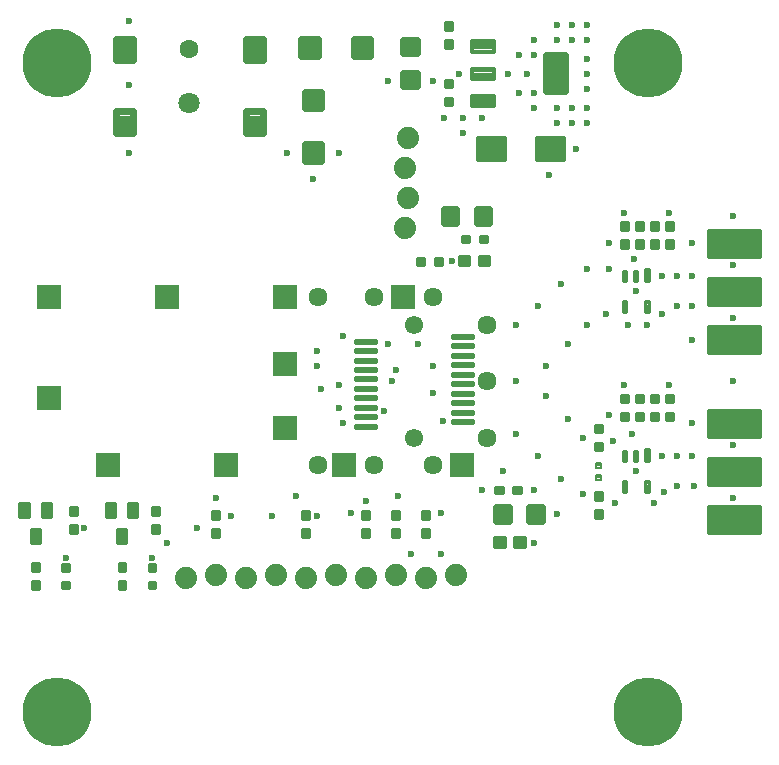
<source format=gbr>
G75*
%MOIN*%
%OFA0B0*%
%FSLAX25Y25*%
%IPPOS*%
%LPD*%
%AMOC8*
5,1,8,0,0,1.08239X$1,22.5*
%
%ADD10C,0.00984*%
%ADD11R,0.07874X0.07874*%
%ADD12C,0.06358*%
%ADD13C,0.06102*%
%ADD14C,0.23000*%
%ADD15C,0.01600*%
%ADD16C,0.01890*%
%ADD17C,0.00945*%
%ADD18C,0.01181*%
%ADD19C,0.01083*%
%ADD20C,0.01559*%
%ADD21C,0.02362*%
%ADD22C,0.06299*%
%ADD23C,0.07087*%
%ADD24C,0.07400*%
%ADD25C,0.01440*%
%ADD26C,0.02598*%
%ADD27C,0.00803*%
%ADD28C,0.02362*%
D10*
X0146624Y0116347D02*
X0153514Y0116347D01*
X0146624Y0116347D02*
X0146624Y0117331D01*
X0153514Y0117331D01*
X0153514Y0116347D01*
X0153514Y0117330D02*
X0146624Y0117330D01*
X0146624Y0119497D02*
X0153514Y0119497D01*
X0146624Y0119497D02*
X0146624Y0120481D01*
X0153514Y0120481D01*
X0153514Y0119497D01*
X0153514Y0120480D02*
X0146624Y0120480D01*
X0146624Y0122647D02*
X0153514Y0122647D01*
X0146624Y0122647D02*
X0146624Y0123631D01*
X0153514Y0123631D01*
X0153514Y0122647D01*
X0153514Y0123630D02*
X0146624Y0123630D01*
X0146624Y0125796D02*
X0153514Y0125796D01*
X0146624Y0125796D02*
X0146624Y0126780D01*
X0153514Y0126780D01*
X0153514Y0125796D01*
X0153514Y0126779D02*
X0146624Y0126779D01*
X0146624Y0128946D02*
X0153514Y0128946D01*
X0146624Y0128946D02*
X0146624Y0129930D01*
X0153514Y0129930D01*
X0153514Y0128946D01*
X0153514Y0129929D02*
X0146624Y0129929D01*
X0146624Y0132095D02*
X0153514Y0132095D01*
X0146624Y0132095D02*
X0146624Y0133079D01*
X0153514Y0133079D01*
X0153514Y0132095D01*
X0153514Y0133078D02*
X0146624Y0133078D01*
X0146624Y0135245D02*
X0153514Y0135245D01*
X0146624Y0135245D02*
X0146624Y0136229D01*
X0153514Y0136229D01*
X0153514Y0135245D01*
X0153514Y0136228D02*
X0146624Y0136228D01*
X0146624Y0138395D02*
X0153514Y0138395D01*
X0146624Y0138395D02*
X0146624Y0139379D01*
X0153514Y0139379D01*
X0153514Y0138395D01*
X0153514Y0139378D02*
X0146624Y0139378D01*
X0146624Y0141544D02*
X0153514Y0141544D01*
X0146624Y0141544D02*
X0146624Y0142528D01*
X0153514Y0142528D01*
X0153514Y0141544D01*
X0153514Y0142527D02*
X0146624Y0142527D01*
X0146624Y0144694D02*
X0153514Y0144694D01*
X0146624Y0144694D02*
X0146624Y0145678D01*
X0153514Y0145678D01*
X0153514Y0144694D01*
X0153514Y0145677D02*
X0146624Y0145677D01*
X0178907Y0146269D02*
X0185797Y0146269D01*
X0178907Y0146269D02*
X0178907Y0147253D01*
X0185797Y0147253D01*
X0185797Y0146269D01*
X0185797Y0147252D02*
X0178907Y0147252D01*
X0178907Y0143119D02*
X0185797Y0143119D01*
X0178907Y0143119D02*
X0178907Y0144103D01*
X0185797Y0144103D01*
X0185797Y0143119D01*
X0185797Y0144102D02*
X0178907Y0144102D01*
X0178907Y0139969D02*
X0185797Y0139969D01*
X0178907Y0139969D02*
X0178907Y0140953D01*
X0185797Y0140953D01*
X0185797Y0139969D01*
X0185797Y0140952D02*
X0178907Y0140952D01*
X0178907Y0136820D02*
X0185797Y0136820D01*
X0178907Y0136820D02*
X0178907Y0137804D01*
X0185797Y0137804D01*
X0185797Y0136820D01*
X0185797Y0137803D02*
X0178907Y0137803D01*
X0178907Y0133670D02*
X0185797Y0133670D01*
X0178907Y0133670D02*
X0178907Y0134654D01*
X0185797Y0134654D01*
X0185797Y0133670D01*
X0185797Y0134653D02*
X0178907Y0134653D01*
X0178907Y0130521D02*
X0185797Y0130521D01*
X0178907Y0130521D02*
X0178907Y0131505D01*
X0185797Y0131505D01*
X0185797Y0130521D01*
X0185797Y0131504D02*
X0178907Y0131504D01*
X0178907Y0127371D02*
X0185797Y0127371D01*
X0178907Y0127371D02*
X0178907Y0128355D01*
X0185797Y0128355D01*
X0185797Y0127371D01*
X0185797Y0128354D02*
X0178907Y0128354D01*
X0178907Y0124221D02*
X0185797Y0124221D01*
X0178907Y0124221D02*
X0178907Y0125205D01*
X0185797Y0125205D01*
X0185797Y0124221D01*
X0185797Y0125204D02*
X0178907Y0125204D01*
X0178907Y0121072D02*
X0185797Y0121072D01*
X0178907Y0121072D02*
X0178907Y0122056D01*
X0185797Y0122056D01*
X0185797Y0121072D01*
X0185797Y0122055D02*
X0178907Y0122055D01*
X0178907Y0117922D02*
X0185797Y0117922D01*
X0178907Y0117922D02*
X0178907Y0118906D01*
X0185797Y0118906D01*
X0185797Y0117922D01*
X0185797Y0118905D02*
X0178907Y0118905D01*
D11*
X0182352Y0103749D03*
X0142982Y0103749D03*
X0123297Y0116249D03*
X0103612Y0103749D03*
X0123297Y0137509D03*
X0123297Y0159851D03*
X0083927Y0159851D03*
X0044557Y0159851D03*
X0044557Y0126091D03*
X0064242Y0103749D03*
X0162667Y0159851D03*
D12*
X0152825Y0159851D03*
X0134321Y0159851D03*
X0172510Y0159851D03*
X0190620Y0150698D03*
X0190620Y0131800D03*
X0190620Y0112902D03*
X0172510Y0103749D03*
X0152825Y0103749D03*
X0134321Y0103749D03*
D13*
X0166211Y0112902D03*
X0166211Y0150698D03*
D14*
X0047352Y0021485D03*
X0244203Y0021485D03*
X0244203Y0238020D03*
X0047352Y0238020D03*
D15*
X0264717Y0182000D02*
X0281117Y0182000D01*
X0281117Y0173600D01*
X0264717Y0173600D01*
X0264717Y0182000D01*
X0264717Y0175199D02*
X0281117Y0175199D01*
X0281117Y0176798D02*
X0264717Y0176798D01*
X0264717Y0178397D02*
X0281117Y0178397D01*
X0281117Y0179996D02*
X0264717Y0179996D01*
X0264717Y0181595D02*
X0281117Y0181595D01*
X0281117Y0166000D02*
X0264717Y0166000D01*
X0281117Y0166000D02*
X0281117Y0157600D01*
X0264717Y0157600D01*
X0264717Y0166000D01*
X0264717Y0159199D02*
X0281117Y0159199D01*
X0281117Y0160798D02*
X0264717Y0160798D01*
X0264717Y0162397D02*
X0281117Y0162397D01*
X0281117Y0163996D02*
X0264717Y0163996D01*
X0264717Y0165595D02*
X0281117Y0165595D01*
X0281117Y0150000D02*
X0264717Y0150000D01*
X0281117Y0150000D02*
X0281117Y0141600D01*
X0264717Y0141600D01*
X0264717Y0150000D01*
X0264717Y0143199D02*
X0281117Y0143199D01*
X0281117Y0144798D02*
X0264717Y0144798D01*
X0264717Y0146397D02*
X0281117Y0146397D01*
X0281117Y0147996D02*
X0264717Y0147996D01*
X0264717Y0149595D02*
X0281117Y0149595D01*
X0281117Y0122000D02*
X0264717Y0122000D01*
X0281117Y0122000D02*
X0281117Y0113600D01*
X0264717Y0113600D01*
X0264717Y0122000D01*
X0264717Y0115199D02*
X0281117Y0115199D01*
X0281117Y0116798D02*
X0264717Y0116798D01*
X0264717Y0118397D02*
X0281117Y0118397D01*
X0281117Y0119996D02*
X0264717Y0119996D01*
X0264717Y0121595D02*
X0281117Y0121595D01*
X0281117Y0106000D02*
X0264717Y0106000D01*
X0281117Y0106000D02*
X0281117Y0097600D01*
X0264717Y0097600D01*
X0264717Y0106000D01*
X0264717Y0099199D02*
X0281117Y0099199D01*
X0281117Y0100798D02*
X0264717Y0100798D01*
X0264717Y0102397D02*
X0281117Y0102397D01*
X0281117Y0103996D02*
X0264717Y0103996D01*
X0264717Y0105595D02*
X0281117Y0105595D01*
X0281117Y0090000D02*
X0264717Y0090000D01*
X0281117Y0090000D02*
X0281117Y0081600D01*
X0264717Y0081600D01*
X0264717Y0090000D01*
X0264717Y0083199D02*
X0281117Y0083199D01*
X0281117Y0084798D02*
X0264717Y0084798D01*
X0264717Y0086397D02*
X0281117Y0086397D01*
X0281117Y0087996D02*
X0264717Y0087996D01*
X0264717Y0089595D02*
X0281117Y0089595D01*
D16*
X0209133Y0090023D02*
X0204725Y0090023D01*
X0209133Y0090023D02*
X0209133Y0084827D01*
X0204725Y0084827D01*
X0204725Y0090023D01*
X0204725Y0086716D02*
X0209133Y0086716D01*
X0209133Y0088605D02*
X0204725Y0088605D01*
X0198110Y0090023D02*
X0193702Y0090023D01*
X0198110Y0090023D02*
X0198110Y0084827D01*
X0193702Y0084827D01*
X0193702Y0090023D01*
X0193702Y0086716D02*
X0198110Y0086716D01*
X0198110Y0088605D02*
X0193702Y0088605D01*
X0191633Y0184202D02*
X0187225Y0184202D01*
X0187225Y0189398D01*
X0191633Y0189398D01*
X0191633Y0184202D01*
X0191633Y0186091D02*
X0187225Y0186091D01*
X0187225Y0187980D02*
X0191633Y0187980D01*
X0180610Y0184202D02*
X0176202Y0184202D01*
X0176202Y0189398D01*
X0180610Y0189398D01*
X0180610Y0184202D01*
X0180610Y0186091D02*
X0176202Y0186091D01*
X0176202Y0187980D02*
X0180610Y0187980D01*
X0167765Y0230019D02*
X0167765Y0234427D01*
X0167765Y0230019D02*
X0162569Y0230019D01*
X0162569Y0234427D01*
X0167765Y0234427D01*
X0167765Y0231908D02*
X0162569Y0231908D01*
X0162569Y0233797D02*
X0167765Y0233797D01*
X0167765Y0241043D02*
X0167765Y0245451D01*
X0167765Y0241043D02*
X0162569Y0241043D01*
X0162569Y0245451D01*
X0167765Y0245451D01*
X0167765Y0242932D02*
X0162569Y0242932D01*
X0162569Y0244821D02*
X0167765Y0244821D01*
D17*
X0178770Y0245414D02*
X0178770Y0242816D01*
X0176564Y0242816D01*
X0176564Y0245414D01*
X0178770Y0245414D01*
X0178770Y0243760D02*
X0176564Y0243760D01*
X0176564Y0244704D02*
X0178770Y0244704D01*
X0178770Y0248816D02*
X0178770Y0251414D01*
X0178770Y0248816D02*
X0176564Y0248816D01*
X0176564Y0251414D01*
X0178770Y0251414D01*
X0178770Y0249760D02*
X0176564Y0249760D01*
X0176564Y0250704D02*
X0178770Y0250704D01*
X0178770Y0232349D02*
X0178770Y0229751D01*
X0176564Y0229751D01*
X0176564Y0232349D01*
X0178770Y0232349D01*
X0178770Y0230695D02*
X0176564Y0230695D01*
X0176564Y0231639D02*
X0178770Y0231639D01*
X0178770Y0226349D02*
X0178770Y0223751D01*
X0176564Y0223751D01*
X0176564Y0226349D01*
X0178770Y0226349D01*
X0178770Y0224695D02*
X0176564Y0224695D01*
X0176564Y0225639D02*
X0178770Y0225639D01*
X0182118Y0180403D02*
X0184716Y0180403D01*
X0184716Y0178197D01*
X0182118Y0178197D01*
X0182118Y0180403D01*
X0182118Y0179141D02*
X0184716Y0179141D01*
X0184716Y0180085D02*
X0182118Y0180085D01*
X0188118Y0180403D02*
X0190716Y0180403D01*
X0190716Y0178197D01*
X0188118Y0178197D01*
X0188118Y0180403D01*
X0188118Y0179141D02*
X0190716Y0179141D01*
X0190716Y0180085D02*
X0188118Y0180085D01*
X0175716Y0172903D02*
X0173118Y0172903D01*
X0175716Y0172903D02*
X0175716Y0170697D01*
X0173118Y0170697D01*
X0173118Y0172903D01*
X0173118Y0171641D02*
X0175716Y0171641D01*
X0175716Y0172585D02*
X0173118Y0172585D01*
X0169716Y0172903D02*
X0167118Y0172903D01*
X0169716Y0172903D02*
X0169716Y0170697D01*
X0167118Y0170697D01*
X0167118Y0172903D01*
X0167118Y0171641D02*
X0169716Y0171641D01*
X0169716Y0172585D02*
X0167118Y0172585D01*
X0226564Y0117349D02*
X0226564Y0114751D01*
X0226564Y0117349D02*
X0228770Y0117349D01*
X0228770Y0114751D01*
X0226564Y0114751D01*
X0226564Y0115695D02*
X0228770Y0115695D01*
X0228770Y0116639D02*
X0226564Y0116639D01*
X0226564Y0111349D02*
X0226564Y0108751D01*
X0226564Y0111349D02*
X0228770Y0111349D01*
X0228770Y0108751D01*
X0226564Y0108751D01*
X0226564Y0109695D02*
X0228770Y0109695D01*
X0228770Y0110639D02*
X0226564Y0110639D01*
X0237520Y0118751D02*
X0237520Y0121349D01*
X0237520Y0118751D02*
X0235314Y0118751D01*
X0235314Y0121349D01*
X0237520Y0121349D01*
X0237520Y0119695D02*
X0235314Y0119695D01*
X0235314Y0120639D02*
X0237520Y0120639D01*
X0242520Y0121349D02*
X0242520Y0118751D01*
X0240314Y0118751D01*
X0240314Y0121349D01*
X0242520Y0121349D01*
X0242520Y0119695D02*
X0240314Y0119695D01*
X0240314Y0120639D02*
X0242520Y0120639D01*
X0247520Y0121349D02*
X0247520Y0118751D01*
X0245314Y0118751D01*
X0245314Y0121349D01*
X0247520Y0121349D01*
X0247520Y0119695D02*
X0245314Y0119695D01*
X0245314Y0120639D02*
X0247520Y0120639D01*
X0252520Y0121349D02*
X0252520Y0118751D01*
X0250314Y0118751D01*
X0250314Y0121349D01*
X0252520Y0121349D01*
X0252520Y0119695D02*
X0250314Y0119695D01*
X0250314Y0120639D02*
X0252520Y0120639D01*
X0252520Y0124751D02*
X0252520Y0127349D01*
X0252520Y0124751D02*
X0250314Y0124751D01*
X0250314Y0127349D01*
X0252520Y0127349D01*
X0252520Y0125695D02*
X0250314Y0125695D01*
X0250314Y0126639D02*
X0252520Y0126639D01*
X0247520Y0127349D02*
X0247520Y0124751D01*
X0245314Y0124751D01*
X0245314Y0127349D01*
X0247520Y0127349D01*
X0247520Y0125695D02*
X0245314Y0125695D01*
X0245314Y0126639D02*
X0247520Y0126639D01*
X0242520Y0127349D02*
X0242520Y0124751D01*
X0240314Y0124751D01*
X0240314Y0127349D01*
X0242520Y0127349D01*
X0242520Y0125695D02*
X0240314Y0125695D01*
X0240314Y0126639D02*
X0242520Y0126639D01*
X0237520Y0127349D02*
X0237520Y0124751D01*
X0235314Y0124751D01*
X0235314Y0127349D01*
X0237520Y0127349D01*
X0237520Y0125695D02*
X0235314Y0125695D01*
X0235314Y0126639D02*
X0237520Y0126639D01*
X0201966Y0094447D02*
X0199368Y0094447D01*
X0199368Y0096653D01*
X0201966Y0096653D01*
X0201966Y0094447D01*
X0201966Y0095391D02*
X0199368Y0095391D01*
X0199368Y0096335D02*
X0201966Y0096335D01*
X0195966Y0094447D02*
X0193368Y0094447D01*
X0193368Y0096653D01*
X0195966Y0096653D01*
X0195966Y0094447D01*
X0195966Y0095391D02*
X0193368Y0095391D01*
X0193368Y0096335D02*
X0195966Y0096335D01*
X0171270Y0088599D02*
X0171270Y0086001D01*
X0169064Y0086001D01*
X0169064Y0088599D01*
X0171270Y0088599D01*
X0171270Y0086945D02*
X0169064Y0086945D01*
X0169064Y0087889D02*
X0171270Y0087889D01*
X0171270Y0082599D02*
X0171270Y0080001D01*
X0169064Y0080001D01*
X0169064Y0082599D01*
X0171270Y0082599D01*
X0171270Y0080945D02*
X0169064Y0080945D01*
X0169064Y0081889D02*
X0171270Y0081889D01*
X0161270Y0082599D02*
X0161270Y0080001D01*
X0159064Y0080001D01*
X0159064Y0082599D01*
X0161270Y0082599D01*
X0161270Y0080945D02*
X0159064Y0080945D01*
X0159064Y0081889D02*
X0161270Y0081889D01*
X0161270Y0086001D02*
X0161270Y0088599D01*
X0161270Y0086001D02*
X0159064Y0086001D01*
X0159064Y0088599D01*
X0161270Y0088599D01*
X0161270Y0086945D02*
X0159064Y0086945D01*
X0159064Y0087889D02*
X0161270Y0087889D01*
X0151270Y0088599D02*
X0151270Y0086001D01*
X0149064Y0086001D01*
X0149064Y0088599D01*
X0151270Y0088599D01*
X0151270Y0086945D02*
X0149064Y0086945D01*
X0149064Y0087889D02*
X0151270Y0087889D01*
X0151270Y0082599D02*
X0151270Y0080001D01*
X0149064Y0080001D01*
X0149064Y0082599D01*
X0151270Y0082599D01*
X0151270Y0080945D02*
X0149064Y0080945D01*
X0149064Y0081889D02*
X0151270Y0081889D01*
X0131270Y0082599D02*
X0131270Y0080001D01*
X0129064Y0080001D01*
X0129064Y0082599D01*
X0131270Y0082599D01*
X0131270Y0080945D02*
X0129064Y0080945D01*
X0129064Y0081889D02*
X0131270Y0081889D01*
X0131270Y0086001D02*
X0131270Y0088599D01*
X0131270Y0086001D02*
X0129064Y0086001D01*
X0129064Y0088599D01*
X0131270Y0088599D01*
X0131270Y0086945D02*
X0129064Y0086945D01*
X0129064Y0087889D02*
X0131270Y0087889D01*
X0101270Y0088599D02*
X0101270Y0086001D01*
X0099064Y0086001D01*
X0099064Y0088599D01*
X0101270Y0088599D01*
X0101270Y0086945D02*
X0099064Y0086945D01*
X0099064Y0087889D02*
X0101270Y0087889D01*
X0101270Y0082599D02*
X0101270Y0080001D01*
X0099064Y0080001D01*
X0099064Y0082599D01*
X0101270Y0082599D01*
X0101270Y0080945D02*
X0099064Y0080945D01*
X0099064Y0081889D02*
X0101270Y0081889D01*
X0079064Y0081251D02*
X0079064Y0083849D01*
X0081270Y0083849D01*
X0081270Y0081251D01*
X0079064Y0081251D01*
X0079064Y0082195D02*
X0081270Y0082195D01*
X0081270Y0083139D02*
X0079064Y0083139D01*
X0079064Y0087251D02*
X0079064Y0089849D01*
X0081270Y0089849D01*
X0081270Y0087251D01*
X0079064Y0087251D01*
X0079064Y0088195D02*
X0081270Y0088195D01*
X0081270Y0089139D02*
X0079064Y0089139D01*
X0080020Y0070856D02*
X0077814Y0070856D01*
X0080020Y0070856D02*
X0080020Y0068650D01*
X0077814Y0068650D01*
X0077814Y0070856D01*
X0077814Y0069594D02*
X0080020Y0069594D01*
X0080020Y0070538D02*
X0077814Y0070538D01*
X0077814Y0064950D02*
X0080020Y0064950D01*
X0080020Y0062744D01*
X0077814Y0062744D01*
X0077814Y0064950D01*
X0077814Y0063688D02*
X0080020Y0063688D01*
X0080020Y0064632D02*
X0077814Y0064632D01*
X0067814Y0065099D02*
X0067814Y0062501D01*
X0067814Y0065099D02*
X0070020Y0065099D01*
X0070020Y0062501D01*
X0067814Y0062501D01*
X0067814Y0063445D02*
X0070020Y0063445D01*
X0070020Y0064389D02*
X0067814Y0064389D01*
X0067814Y0068501D02*
X0067814Y0071099D01*
X0070020Y0071099D01*
X0070020Y0068501D01*
X0067814Y0068501D01*
X0067814Y0069445D02*
X0070020Y0069445D01*
X0070020Y0070389D02*
X0067814Y0070389D01*
X0051564Y0081251D02*
X0051564Y0083849D01*
X0053770Y0083849D01*
X0053770Y0081251D01*
X0051564Y0081251D01*
X0051564Y0082195D02*
X0053770Y0082195D01*
X0053770Y0083139D02*
X0051564Y0083139D01*
X0051564Y0087251D02*
X0051564Y0089849D01*
X0053770Y0089849D01*
X0053770Y0087251D01*
X0051564Y0087251D01*
X0051564Y0088195D02*
X0053770Y0088195D01*
X0053770Y0089139D02*
X0051564Y0089139D01*
X0051270Y0070856D02*
X0049064Y0070856D01*
X0051270Y0070856D02*
X0051270Y0068650D01*
X0049064Y0068650D01*
X0049064Y0070856D01*
X0049064Y0069594D02*
X0051270Y0069594D01*
X0051270Y0070538D02*
X0049064Y0070538D01*
X0049064Y0064950D02*
X0051270Y0064950D01*
X0051270Y0062744D01*
X0049064Y0062744D01*
X0049064Y0064950D01*
X0049064Y0063688D02*
X0051270Y0063688D01*
X0051270Y0064632D02*
X0049064Y0064632D01*
X0039064Y0065099D02*
X0039064Y0062501D01*
X0039064Y0065099D02*
X0041270Y0065099D01*
X0041270Y0062501D01*
X0039064Y0062501D01*
X0039064Y0063445D02*
X0041270Y0063445D01*
X0041270Y0064389D02*
X0039064Y0064389D01*
X0039064Y0068501D02*
X0039064Y0071099D01*
X0041270Y0071099D01*
X0041270Y0068501D01*
X0039064Y0068501D01*
X0039064Y0069445D02*
X0041270Y0069445D01*
X0041270Y0070389D02*
X0039064Y0070389D01*
X0226564Y0086251D02*
X0226564Y0088849D01*
X0228770Y0088849D01*
X0228770Y0086251D01*
X0226564Y0086251D01*
X0226564Y0087195D02*
X0228770Y0087195D01*
X0228770Y0088139D02*
X0226564Y0088139D01*
X0226564Y0092251D02*
X0226564Y0094849D01*
X0228770Y0094849D01*
X0228770Y0092251D01*
X0226564Y0092251D01*
X0226564Y0093195D02*
X0228770Y0093195D01*
X0228770Y0094139D02*
X0226564Y0094139D01*
X0237520Y0176251D02*
X0237520Y0178849D01*
X0237520Y0176251D02*
X0235314Y0176251D01*
X0235314Y0178849D01*
X0237520Y0178849D01*
X0237520Y0177195D02*
X0235314Y0177195D01*
X0235314Y0178139D02*
X0237520Y0178139D01*
X0242520Y0178849D02*
X0242520Y0176251D01*
X0240314Y0176251D01*
X0240314Y0178849D01*
X0242520Y0178849D01*
X0242520Y0177195D02*
X0240314Y0177195D01*
X0240314Y0178139D02*
X0242520Y0178139D01*
X0247520Y0178849D02*
X0247520Y0176251D01*
X0245314Y0176251D01*
X0245314Y0178849D01*
X0247520Y0178849D01*
X0247520Y0177195D02*
X0245314Y0177195D01*
X0245314Y0178139D02*
X0247520Y0178139D01*
X0252520Y0178849D02*
X0252520Y0176251D01*
X0250314Y0176251D01*
X0250314Y0178849D01*
X0252520Y0178849D01*
X0252520Y0177195D02*
X0250314Y0177195D01*
X0250314Y0178139D02*
X0252520Y0178139D01*
X0252520Y0182251D02*
X0252520Y0184849D01*
X0252520Y0182251D02*
X0250314Y0182251D01*
X0250314Y0184849D01*
X0252520Y0184849D01*
X0252520Y0183195D02*
X0250314Y0183195D01*
X0250314Y0184139D02*
X0252520Y0184139D01*
X0247520Y0184849D02*
X0247520Y0182251D01*
X0245314Y0182251D01*
X0245314Y0184849D01*
X0247520Y0184849D01*
X0247520Y0183195D02*
X0245314Y0183195D01*
X0245314Y0184139D02*
X0247520Y0184139D01*
X0242520Y0184849D02*
X0242520Y0182251D01*
X0240314Y0182251D01*
X0240314Y0184849D01*
X0242520Y0184849D01*
X0242520Y0183195D02*
X0240314Y0183195D01*
X0240314Y0184139D02*
X0242520Y0184139D01*
X0237520Y0184849D02*
X0237520Y0182251D01*
X0235314Y0182251D01*
X0235314Y0184849D01*
X0237520Y0184849D01*
X0237520Y0183195D02*
X0235314Y0183195D01*
X0235314Y0184139D02*
X0237520Y0184139D01*
D18*
X0191339Y0173178D02*
X0188189Y0173178D01*
X0191339Y0173178D02*
X0191339Y0170422D01*
X0188189Y0170422D01*
X0188189Y0173178D01*
X0188189Y0171602D02*
X0191339Y0171602D01*
X0191339Y0172782D02*
X0188189Y0172782D01*
X0184646Y0173178D02*
X0181496Y0173178D01*
X0184646Y0173178D02*
X0184646Y0170422D01*
X0181496Y0170422D01*
X0181496Y0173178D01*
X0181496Y0171602D02*
X0184646Y0171602D01*
X0184646Y0172782D02*
X0181496Y0172782D01*
X0074035Y0090797D02*
X0071279Y0090797D01*
X0074035Y0090797D02*
X0074035Y0086465D01*
X0071279Y0086465D01*
X0071279Y0090797D01*
X0071279Y0087645D02*
X0074035Y0087645D01*
X0074035Y0088825D02*
X0071279Y0088825D01*
X0071279Y0090005D02*
X0074035Y0090005D01*
X0066555Y0090797D02*
X0063799Y0090797D01*
X0066555Y0090797D02*
X0066555Y0086465D01*
X0063799Y0086465D01*
X0063799Y0090797D01*
X0063799Y0087645D02*
X0066555Y0087645D01*
X0066555Y0088825D02*
X0063799Y0088825D01*
X0063799Y0090005D02*
X0066555Y0090005D01*
X0067539Y0082135D02*
X0070295Y0082135D01*
X0070295Y0077803D01*
X0067539Y0077803D01*
X0067539Y0082135D01*
X0067539Y0078983D02*
X0070295Y0078983D01*
X0070295Y0080163D02*
X0067539Y0080163D01*
X0067539Y0081343D02*
X0070295Y0081343D01*
X0045285Y0090797D02*
X0042529Y0090797D01*
X0045285Y0090797D02*
X0045285Y0086465D01*
X0042529Y0086465D01*
X0042529Y0090797D01*
X0042529Y0087645D02*
X0045285Y0087645D01*
X0045285Y0088825D02*
X0042529Y0088825D01*
X0042529Y0090005D02*
X0045285Y0090005D01*
X0037805Y0090797D02*
X0035049Y0090797D01*
X0037805Y0090797D02*
X0037805Y0086465D01*
X0035049Y0086465D01*
X0035049Y0090797D01*
X0035049Y0087645D02*
X0037805Y0087645D01*
X0037805Y0088825D02*
X0035049Y0088825D01*
X0035049Y0090005D02*
X0037805Y0090005D01*
X0038789Y0082135D02*
X0041545Y0082135D01*
X0041545Y0077803D01*
X0038789Y0077803D01*
X0038789Y0082135D01*
X0038789Y0078983D02*
X0041545Y0078983D01*
X0041545Y0080163D02*
X0038789Y0080163D01*
X0038789Y0081343D02*
X0041545Y0081343D01*
X0193371Y0076672D02*
X0196521Y0076672D01*
X0193371Y0076672D02*
X0193371Y0079428D01*
X0196521Y0079428D01*
X0196521Y0076672D01*
X0196521Y0077852D02*
X0193371Y0077852D01*
X0193371Y0079032D02*
X0196521Y0079032D01*
X0200064Y0076672D02*
X0203214Y0076672D01*
X0200064Y0076672D02*
X0200064Y0079428D01*
X0203214Y0079428D01*
X0203214Y0076672D01*
X0203214Y0077852D02*
X0200064Y0077852D01*
X0200064Y0079032D02*
X0203214Y0079032D01*
D19*
X0235886Y0098503D02*
X0236968Y0098503D01*
X0236968Y0094861D01*
X0235886Y0094861D01*
X0235886Y0098503D01*
X0235886Y0095943D02*
X0236968Y0095943D01*
X0236968Y0097025D02*
X0235886Y0097025D01*
X0235886Y0098107D02*
X0236968Y0098107D01*
X0243366Y0098503D02*
X0244448Y0098503D01*
X0244448Y0094861D01*
X0243366Y0094861D01*
X0243366Y0098503D01*
X0243366Y0095943D02*
X0244448Y0095943D01*
X0244448Y0097025D02*
X0243366Y0097025D01*
X0243366Y0098107D02*
X0244448Y0098107D01*
X0244448Y0109133D02*
X0243366Y0109133D01*
X0244448Y0109133D02*
X0244448Y0105097D01*
X0243366Y0105097D01*
X0243366Y0109133D01*
X0243366Y0106179D02*
X0244448Y0106179D01*
X0244448Y0107261D02*
X0243366Y0107261D01*
X0243366Y0108343D02*
X0244448Y0108343D01*
X0240708Y0108739D02*
X0239626Y0108739D01*
X0240708Y0108739D02*
X0240708Y0105097D01*
X0239626Y0105097D01*
X0239626Y0108739D01*
X0239626Y0106179D02*
X0240708Y0106179D01*
X0240708Y0107261D02*
X0239626Y0107261D01*
X0239626Y0108343D02*
X0240708Y0108343D01*
X0236968Y0108739D02*
X0235886Y0108739D01*
X0236968Y0108739D02*
X0236968Y0105097D01*
X0235886Y0105097D01*
X0235886Y0108739D01*
X0235886Y0106179D02*
X0236968Y0106179D01*
X0236968Y0107261D02*
X0235886Y0107261D01*
X0235886Y0108343D02*
X0236968Y0108343D01*
X0236968Y0158503D02*
X0235886Y0158503D01*
X0236968Y0158503D02*
X0236968Y0154861D01*
X0235886Y0154861D01*
X0235886Y0158503D01*
X0235886Y0155943D02*
X0236968Y0155943D01*
X0236968Y0157025D02*
X0235886Y0157025D01*
X0235886Y0158107D02*
X0236968Y0158107D01*
X0243366Y0158503D02*
X0244448Y0158503D01*
X0244448Y0154861D01*
X0243366Y0154861D01*
X0243366Y0158503D01*
X0243366Y0155943D02*
X0244448Y0155943D01*
X0244448Y0157025D02*
X0243366Y0157025D01*
X0243366Y0158107D02*
X0244448Y0158107D01*
X0244448Y0169133D02*
X0243366Y0169133D01*
X0244448Y0169133D02*
X0244448Y0165097D01*
X0243366Y0165097D01*
X0243366Y0169133D01*
X0243366Y0166179D02*
X0244448Y0166179D01*
X0244448Y0167261D02*
X0243366Y0167261D01*
X0243366Y0168343D02*
X0244448Y0168343D01*
X0240708Y0168739D02*
X0239626Y0168739D01*
X0240708Y0168739D02*
X0240708Y0165097D01*
X0239626Y0165097D01*
X0239626Y0168739D01*
X0239626Y0166179D02*
X0240708Y0166179D01*
X0240708Y0167261D02*
X0239626Y0167261D01*
X0239626Y0168343D02*
X0240708Y0168343D01*
X0236968Y0168739D02*
X0235886Y0168739D01*
X0236968Y0168739D02*
X0236968Y0165097D01*
X0235886Y0165097D01*
X0235886Y0168739D01*
X0235886Y0166179D02*
X0236968Y0166179D01*
X0236968Y0167261D02*
X0235886Y0167261D01*
X0235886Y0168343D02*
X0236968Y0168343D01*
D20*
X0215914Y0205749D02*
X0207236Y0205749D01*
X0207236Y0212851D01*
X0215914Y0212851D01*
X0215914Y0205749D01*
X0215914Y0207307D02*
X0207236Y0207307D01*
X0207236Y0208865D02*
X0215914Y0208865D01*
X0215914Y0210423D02*
X0207236Y0210423D01*
X0207236Y0211981D02*
X0215914Y0211981D01*
X0196229Y0205749D02*
X0187551Y0205749D01*
X0187551Y0212851D01*
X0196229Y0212851D01*
X0196229Y0205749D01*
X0196229Y0207307D02*
X0187551Y0207307D01*
X0187551Y0208865D02*
X0196229Y0208865D01*
X0196229Y0210423D02*
X0187551Y0210423D01*
X0187551Y0211981D02*
X0196229Y0211981D01*
D21*
X0151673Y0245806D02*
X0146161Y0245806D01*
X0151673Y0245806D02*
X0151673Y0240294D01*
X0146161Y0240294D01*
X0146161Y0245806D01*
X0146161Y0242655D02*
X0151673Y0242655D01*
X0151673Y0245016D02*
X0146161Y0245016D01*
X0134173Y0245806D02*
X0128661Y0245806D01*
X0134173Y0245806D02*
X0134173Y0240294D01*
X0128661Y0240294D01*
X0128661Y0245806D01*
X0128661Y0242655D02*
X0134173Y0242655D01*
X0134173Y0245016D02*
X0128661Y0245016D01*
X0110315Y0245973D02*
X0110315Y0238887D01*
X0110315Y0245973D02*
X0115827Y0245973D01*
X0115827Y0238887D01*
X0110315Y0238887D01*
X0110315Y0241248D02*
X0115827Y0241248D01*
X0115827Y0243609D02*
X0110315Y0243609D01*
X0110315Y0245970D02*
X0115827Y0245970D01*
X0129911Y0228306D02*
X0129911Y0222794D01*
X0129911Y0228306D02*
X0135423Y0228306D01*
X0135423Y0222794D01*
X0129911Y0222794D01*
X0129911Y0225155D02*
X0135423Y0225155D01*
X0135423Y0227516D02*
X0129911Y0227516D01*
X0110315Y0221760D02*
X0110315Y0214674D01*
X0110315Y0221760D02*
X0115827Y0221760D01*
X0115827Y0214674D01*
X0110315Y0214674D01*
X0110315Y0217035D02*
X0115827Y0217035D01*
X0115827Y0219396D02*
X0110315Y0219396D01*
X0110315Y0221757D02*
X0115827Y0221757D01*
X0129911Y0210806D02*
X0129911Y0205294D01*
X0129911Y0210806D02*
X0135423Y0210806D01*
X0135423Y0205294D01*
X0129911Y0205294D01*
X0129911Y0207655D02*
X0135423Y0207655D01*
X0135423Y0210016D02*
X0129911Y0210016D01*
X0067008Y0214674D02*
X0067008Y0221760D01*
X0072520Y0221760D01*
X0072520Y0214674D01*
X0067008Y0214674D01*
X0067008Y0217035D02*
X0072520Y0217035D01*
X0072520Y0219396D02*
X0067008Y0219396D01*
X0067008Y0221757D02*
X0072520Y0221757D01*
X0067008Y0238887D02*
X0067008Y0245973D01*
X0072520Y0245973D01*
X0072520Y0238887D01*
X0067008Y0238887D01*
X0067008Y0241248D02*
X0072520Y0241248D01*
X0072520Y0243609D02*
X0067008Y0243609D01*
X0067008Y0245970D02*
X0072520Y0245970D01*
D22*
X0091417Y0242430D03*
D23*
X0091417Y0224713D03*
D24*
X0164417Y0213050D03*
X0163417Y0203050D03*
X0164417Y0193050D03*
X0163417Y0183050D03*
X0160167Y0067300D03*
X0150167Y0066300D03*
X0140167Y0067300D03*
X0130167Y0066300D03*
X0120167Y0067300D03*
X0110167Y0066300D03*
X0100167Y0067300D03*
X0090167Y0066300D03*
X0170167Y0066300D03*
X0180167Y0067300D03*
D25*
X0185537Y0223520D02*
X0185537Y0226880D01*
X0192897Y0226880D01*
X0192897Y0223520D01*
X0185537Y0223520D01*
X0185537Y0224959D02*
X0192897Y0224959D01*
X0192897Y0226398D02*
X0185537Y0226398D01*
X0185537Y0232620D02*
X0185537Y0235980D01*
X0192897Y0235980D01*
X0192897Y0232620D01*
X0185537Y0232620D01*
X0185537Y0234059D02*
X0192897Y0234059D01*
X0192897Y0235498D02*
X0185537Y0235498D01*
X0185537Y0241720D02*
X0185537Y0245080D01*
X0192897Y0245080D01*
X0192897Y0241720D01*
X0185537Y0241720D01*
X0185537Y0243159D02*
X0192897Y0243159D01*
X0192897Y0244598D02*
X0185537Y0244598D01*
D26*
X0210587Y0240087D02*
X0210587Y0228513D01*
X0210587Y0240087D02*
X0216649Y0240087D01*
X0216649Y0228513D01*
X0210587Y0228513D01*
X0210587Y0231110D02*
X0216649Y0231110D01*
X0216649Y0233707D02*
X0210587Y0233707D01*
X0210587Y0236304D02*
X0216649Y0236304D01*
X0216649Y0238901D02*
X0210587Y0238901D01*
D27*
X0226887Y0104580D02*
X0226887Y0103020D01*
X0226887Y0104580D02*
X0228447Y0104580D01*
X0228447Y0103020D01*
X0226887Y0103020D01*
X0226887Y0103822D02*
X0228447Y0103822D01*
X0226887Y0100580D02*
X0226887Y0099020D01*
X0226887Y0100580D02*
X0228447Y0100580D01*
X0228447Y0099020D01*
X0226887Y0099020D01*
X0226887Y0099822D02*
X0228447Y0099822D01*
D28*
X0222667Y0094300D03*
X0215167Y0099300D03*
X0206417Y0095550D03*
X0213917Y0087425D03*
X0206417Y0078050D03*
X0188917Y0095550D03*
X0195792Y0101800D03*
X0207667Y0106800D03*
X0200167Y0114300D03*
X0210167Y0126800D03*
X0217667Y0119300D03*
X0222667Y0113050D03*
X0232667Y0111800D03*
X0238917Y0114300D03*
X0231417Y0120550D03*
X0236417Y0130550D03*
X0251417Y0130550D03*
X0258917Y0118050D03*
X0258917Y0106800D03*
X0253917Y0106800D03*
X0248917Y0106800D03*
X0240167Y0101800D03*
X0249542Y0094925D03*
X0253917Y0096800D03*
X0259542Y0096800D03*
X0272667Y0093050D03*
X0272667Y0110550D03*
X0272667Y0131800D03*
X0258917Y0145550D03*
X0248917Y0154300D03*
X0253917Y0156800D03*
X0258917Y0156800D03*
X0258917Y0166800D03*
X0253917Y0166800D03*
X0248917Y0166800D03*
X0240167Y0161800D03*
X0231417Y0169300D03*
X0223917Y0169300D03*
X0215167Y0164300D03*
X0207667Y0156800D03*
X0200167Y0150550D03*
X0210167Y0136800D03*
X0217667Y0144300D03*
X0223917Y0150550D03*
X0230167Y0154300D03*
X0237667Y0150550D03*
X0243917Y0150550D03*
X0239542Y0172425D03*
X0231417Y0178050D03*
X0236417Y0188050D03*
X0251417Y0188050D03*
X0258917Y0178050D03*
X0272667Y0170550D03*
X0272667Y0186800D03*
X0272667Y0153050D03*
X0211417Y0200550D03*
X0220167Y0209300D03*
X0218917Y0218050D03*
X0213917Y0218050D03*
X0213917Y0223050D03*
X0218917Y0223050D03*
X0223917Y0223050D03*
X0223917Y0218050D03*
X0223917Y0229300D03*
X0223917Y0234300D03*
X0223917Y0239300D03*
X0223917Y0245550D03*
X0218917Y0245550D03*
X0213917Y0245550D03*
X0213917Y0250550D03*
X0218917Y0250550D03*
X0223917Y0250550D03*
X0206417Y0245550D03*
X0206417Y0240550D03*
X0201417Y0240550D03*
X0203917Y0234300D03*
X0197667Y0234300D03*
X0201417Y0228050D03*
X0206417Y0228050D03*
X0206417Y0223050D03*
X0188917Y0219615D03*
X0182667Y0219615D03*
X0182667Y0214615D03*
X0176417Y0219615D03*
X0172667Y0231800D03*
X0181417Y0234300D03*
X0157667Y0231800D03*
X0141417Y0208050D03*
X0132667Y0199300D03*
X0123917Y0208050D03*
X0071417Y0208050D03*
X0071417Y0230550D03*
X0071417Y0251800D03*
X0178917Y0171800D03*
X0167667Y0144300D03*
X0172667Y0136800D03*
X0172667Y0128050D03*
X0175792Y0118675D03*
X0158917Y0131800D03*
X0160167Y0135550D03*
X0157667Y0144300D03*
X0142667Y0146800D03*
X0133917Y0141800D03*
X0133917Y0136800D03*
X0141417Y0130550D03*
X0135167Y0129300D03*
X0141417Y0123050D03*
X0142667Y0118050D03*
X0156417Y0121800D03*
X0160792Y0093675D03*
X0150167Y0091800D03*
X0145167Y0088050D03*
X0133917Y0086800D03*
X0127042Y0093675D03*
X0118917Y0086800D03*
X0105167Y0086800D03*
X0100167Y0093050D03*
X0093917Y0083050D03*
X0083917Y0078050D03*
X0078917Y0073050D03*
X0056417Y0083050D03*
X0050167Y0073050D03*
X0165167Y0074300D03*
X0175167Y0074300D03*
X0175167Y0088050D03*
X0200167Y0131800D03*
X0233292Y0091175D03*
X0246417Y0091175D03*
M02*

</source>
